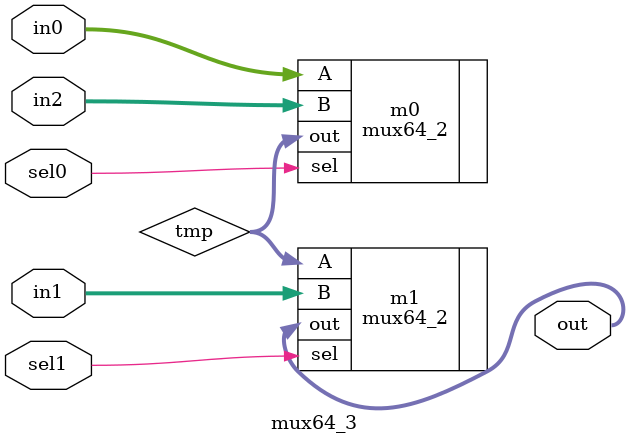
<source format=sv>
`timescale 1ps/1ps

module forwarding_unit(
	input logic [4:0] Aa, Ab,
	input logic [63:0] Da_no_forward, Db_no_forward,
	input logic [4:0] rd_ex, rd_mem,
	input logic [63:0] d_ex, d_mem,
	input logic regwrite_ex, regwrite_mem,
	input logic [3:0] flags_ex, flags_mem,
	input logic FlagUp_ex,
	output logic [63:0] Da, Db,
	output logic [3:0] flags
);
	logic ex_to_Da;
	logic ex_to_Db;
	logic mem_to_Da;
	logic mem_to_Db;


	logic ex_eq_Da;
	logic ex_eq_Db;
	logic mem_eq_Da;
	logic mem_eq_Db;

	
	logic rd_ex_31, rd_mem_31;
	
	equal_5 eq51(.A(Aa), .B(rd_ex), .eq(ex_eq_Da));
	equal_5 eq52(.A(Ab), .B(rd_ex), .eq(ex_eq_Db));
	equal_5 eq53(.A(Aa), .B(rd_mem), .eq(mem_eq_Da));
	equal_5 eq54(.A(Ab), .B(rd_mem), .eq(mem_eq_Db));
	
	equal_5 eq_rd_31(.A(5'd31), .B(rd_ex), .eq(rd_ex_31));
	equal_5 eq_mem_31(.A(5'd31), .B(rd_mem), .eq(rd_mem_31));
	
	logic regwrite_ex_safe, regwrite_mem_safe;
	
	mux2 m21(.sel(rd_ex_31), .a(regwrite_ex), .b(1'b0), .out(regwrite_ex_safe));
	mux2 m22(.sel(rd_mem_31), .a(regwrite_mem), .b(1'b0), .out(regwrite_mem_safe));
	
	
	and #50 ex_Da_and(ex_to_Da, ex_eq_Da, regwrite_ex_safe);
	and #50 ex_Db_and(ex_to_Db, ex_eq_Db, regwrite_ex_safe);
	and #50 mem_Da_and(mem_to_Da, mem_eq_Da, regwrite_mem_safe);
	and #50 mem_Db_and(mem_to_Db, mem_eq_Db, regwrite_mem_safe);
	

	mux64_3 Da_sel(
        .sel1(ex_to_Da), 
        .sel0(mem_to_Da), 
        .in0(Da_no_forward),  
        .in1(d_ex), 
        .in2(d_mem), 
        .out(Da)
    );
	mux64_3 Db_sel(
        .sel1(ex_to_Db), 
        .sel0(mem_to_Db), 
        .in0(Db_no_forward),  
        .in1(d_ex), 
        .in2(d_mem), 
        .out(Db)
    );
	
	mux4_2 flags_sel(.sel(FlagUp_ex), .A(flags_mem), .B(flags_ex), .out(flags));
	
endmodule

module equal_5 (
	 input  logic [4:0] A,
	 input  logic [4:0] B,
	 output logic       eq   
);
	 logic [4:0] xnor_result;
	 bitwise_xnor #(.N(5)) xnor_inst (
		  .A(A),
		  .B(B),
		  .out(xnor_result)
	 );

	 and_5 reduce_and (
		  .A(xnor_result),
		  .out(eq)
	 );
endmodule

module and_5(input logic [4:0] A, output logic out);
	logic and_temp;
	and #50 and0(and_temp, A[0], A[1], A[2], A[3]);

	and #50 and_out(out, and_temp, A[4]);
endmodule

module mux64_3 (
    input  logic       sel1, sel0,       
    input  logic [63:0] in0, in1, in2,    
    output logic [63:0] out
);
    logic [63:0] tmp;
    mux64_2 m0 (.sel(sel0), .A(in0), .B(in2), .out(tmp));  
    mux64_2 m1 (.sel(sel1), .A(tmp), .B(in1), .out(out));  
endmodule


</source>
